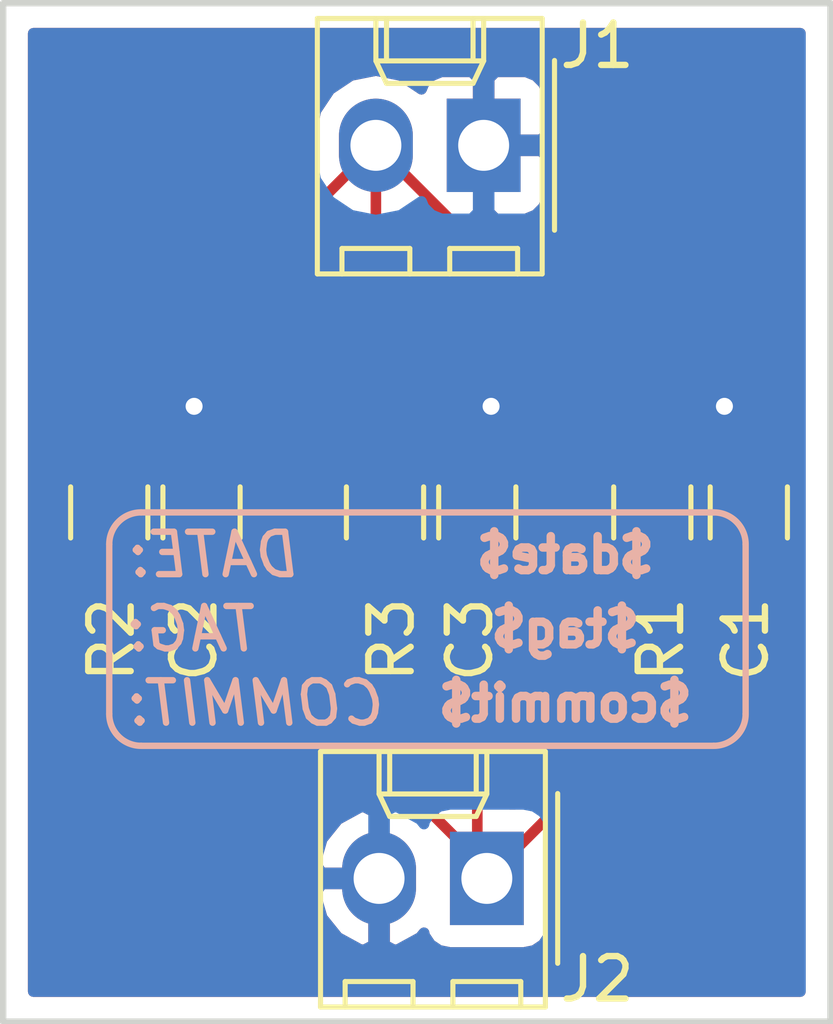
<source format=kicad_pcb>
(kicad_pcb (version 20171130) (host pcbnew 5.0.0)

  (general
    (thickness 1.6)
    (drawings 4)
    (tracks 25)
    (zones 0)
    (modules 9)
    (nets 4)
  )

  (page A4)
  (layers
    (0 F.Cu signal)
    (31 B.Cu signal)
    (32 B.Adhes user)
    (33 F.Adhes user)
    (34 B.Paste user)
    (35 F.Paste user)
    (36 B.SilkS user)
    (37 F.SilkS user)
    (38 B.Mask user)
    (39 F.Mask user)
    (40 Dwgs.User user)
    (41 Cmts.User user)
    (42 Eco1.User user hide)
    (43 Eco2.User user hide)
    (44 Edge.Cuts user)
    (45 Margin user)
    (46 B.CrtYd user)
    (47 F.CrtYd user)
    (48 B.Fab user)
    (49 F.Fab user hide)
  )

  (setup
    (last_trace_width 0.25)
    (trace_clearance 0.2)
    (zone_clearance 0.508)
    (zone_45_only no)
    (trace_min 0.2)
    (segment_width 0.2)
    (edge_width 0.15)
    (via_size 0.8)
    (via_drill 0.4)
    (via_min_size 0.4)
    (via_min_drill 0.3)
    (uvia_size 0.3)
    (uvia_drill 0.1)
    (uvias_allowed no)
    (uvia_min_size 0.2)
    (uvia_min_drill 0.1)
    (pcb_text_width 0.3)
    (pcb_text_size 1.5 1.5)
    (mod_edge_width 0.15)
    (mod_text_size 1 1)
    (mod_text_width 0.15)
    (pad_size 1.524 1.524)
    (pad_drill 0.762)
    (pad_to_mask_clearance 0.2)
    (aux_axis_origin 0 0)
    (visible_elements FFFDFF7F)
    (pcbplotparams
      (layerselection 0x010fc_ffffffff)
      (usegerberextensions false)
      (usegerberattributes false)
      (usegerberadvancedattributes false)
      (creategerberjobfile false)
      (excludeedgelayer true)
      (linewidth 0.100000)
      (plotframeref false)
      (viasonmask false)
      (mode 1)
      (useauxorigin false)
      (hpglpennumber 1)
      (hpglpenspeed 20)
      (hpglpendiameter 15.000000)
      (psnegative false)
      (psa4output false)
      (plotreference true)
      (plotvalue true)
      (plotinvisibletext false)
      (padsonsilk false)
      (subtractmaskfromsilk false)
      (outputformat 1)
      (mirror false)
      (drillshape 1)
      (scaleselection 1)
      (outputdirectory ""))
  )

  (net 0 "")
  (net 1 "Net-(C1-Pad1)")
  (net 2 GND)
  (net 3 "Net-(J1-Pad2)")

  (net_class Default "This is the default net class."
    (clearance 0.2)
    (trace_width 0.25)
    (via_dia 0.8)
    (via_drill 0.4)
    (uvia_dia 0.3)
    (uvia_drill 0.1)
    (add_net GND)
    (add_net "Net-(C1-Pad1)")
    (add_net "Net-(J1-Pad2)")
  )

  (module Capacitor_SMD:C_1206_3216Metric (layer F.Cu) (tedit 5B301BBE) (tstamp 5BBDF3AE)
    (at 146.175 76 90)
    (descr "Capacitor SMD 1206 (3216 Metric), square (rectangular) end terminal, IPC_7351 nominal, (Body size source: http://www.tortai-tech.com/upload/download/2011102023233369053.pdf), generated with kicad-footprint-generator")
    (tags capacitor)
    (path /5BBD348C)
    (attr smd)
    (fp_text reference C3 (at -3 -0.175 90) (layer F.SilkS)
      (effects (font (size 1 1) (thickness 0.15)))
    )
    (fp_text value 10u (at 0 1.82 90) (layer F.Fab)
      (effects (font (size 1 1) (thickness 0.15)))
    )
    (fp_line (start -1.6 0.8) (end -1.6 -0.8) (layer F.Fab) (width 0.1))
    (fp_line (start -1.6 -0.8) (end 1.6 -0.8) (layer F.Fab) (width 0.1))
    (fp_line (start 1.6 -0.8) (end 1.6 0.8) (layer F.Fab) (width 0.1))
    (fp_line (start 1.6 0.8) (end -1.6 0.8) (layer F.Fab) (width 0.1))
    (fp_line (start -0.602064 -0.91) (end 0.602064 -0.91) (layer F.SilkS) (width 0.12))
    (fp_line (start -0.602064 0.91) (end 0.602064 0.91) (layer F.SilkS) (width 0.12))
    (fp_line (start -2.28 1.12) (end -2.28 -1.12) (layer F.CrtYd) (width 0.05))
    (fp_line (start -2.28 -1.12) (end 2.28 -1.12) (layer F.CrtYd) (width 0.05))
    (fp_line (start 2.28 -1.12) (end 2.28 1.12) (layer F.CrtYd) (width 0.05))
    (fp_line (start 2.28 1.12) (end -2.28 1.12) (layer F.CrtYd) (width 0.05))
    (fp_text user %R (at 0 0 90) (layer F.Fab)
      (effects (font (size 0.8 0.8) (thickness 0.12)))
    )
    (pad 1 smd roundrect (at -1.4 0 90) (size 1.25 1.75) (layers F.Cu F.Paste F.Mask) (roundrect_rratio 0.2)
      (net 1 "Net-(C1-Pad1)"))
    (pad 2 smd roundrect (at 1.4 0 90) (size 1.25 1.75) (layers F.Cu F.Paste F.Mask) (roundrect_rratio 0.2)
      (net 2 GND))
    (model ${KISYS3DMOD}/Capacitor_SMD.3dshapes/C_1206_3216Metric.wrl
      (at (xyz 0 0 0))
      (scale (xyz 1 1 1))
      (rotate (xyz 0 0 0))
    )
  )

  (module Capacitor_SMD:C_1206_3216Metric (layer F.Cu) (tedit 5B301BBE) (tstamp 5BBDEFA4)
    (at 139.675 76 90)
    (descr "Capacitor SMD 1206 (3216 Metric), square (rectangular) end terminal, IPC_7351 nominal, (Body size source: http://www.tortai-tech.com/upload/download/2011102023233369053.pdf), generated with kicad-footprint-generator")
    (tags capacitor)
    (path /5BBD3609)
    (attr smd)
    (fp_text reference C2 (at -3 -0.175 90) (layer F.SilkS)
      (effects (font (size 1 1) (thickness 0.15)))
    )
    (fp_text value 0.1u (at 0 1.82 90) (layer F.Fab)
      (effects (font (size 1 1) (thickness 0.15)))
    )
    (fp_text user %R (at 0 0 90) (layer F.Fab)
      (effects (font (size 0.8 0.8) (thickness 0.12)))
    )
    (fp_line (start 2.28 1.12) (end -2.28 1.12) (layer F.CrtYd) (width 0.05))
    (fp_line (start 2.28 -1.12) (end 2.28 1.12) (layer F.CrtYd) (width 0.05))
    (fp_line (start -2.28 -1.12) (end 2.28 -1.12) (layer F.CrtYd) (width 0.05))
    (fp_line (start -2.28 1.12) (end -2.28 -1.12) (layer F.CrtYd) (width 0.05))
    (fp_line (start -0.602064 0.91) (end 0.602064 0.91) (layer F.SilkS) (width 0.12))
    (fp_line (start -0.602064 -0.91) (end 0.602064 -0.91) (layer F.SilkS) (width 0.12))
    (fp_line (start 1.6 0.8) (end -1.6 0.8) (layer F.Fab) (width 0.1))
    (fp_line (start 1.6 -0.8) (end 1.6 0.8) (layer F.Fab) (width 0.1))
    (fp_line (start -1.6 -0.8) (end 1.6 -0.8) (layer F.Fab) (width 0.1))
    (fp_line (start -1.6 0.8) (end -1.6 -0.8) (layer F.Fab) (width 0.1))
    (pad 2 smd roundrect (at 1.4 0 90) (size 1.25 1.75) (layers F.Cu F.Paste F.Mask) (roundrect_rratio 0.2)
      (net 2 GND))
    (pad 1 smd roundrect (at -1.4 0 90) (size 1.25 1.75) (layers F.Cu F.Paste F.Mask) (roundrect_rratio 0.2)
      (net 1 "Net-(C1-Pad1)"))
    (model ${KISYS3DMOD}/Capacitor_SMD.3dshapes/C_1206_3216Metric.wrl
      (at (xyz 0 0 0))
      (scale (xyz 1 1 1))
      (rotate (xyz 0 0 0))
    )
  )

  (module Capacitor_SMD:C_1206_3216Metric (layer F.Cu) (tedit 5B301BBE) (tstamp 5BBDEB4F)
    (at 152.575 76 90)
    (descr "Capacitor SMD 1206 (3216 Metric), square (rectangular) end terminal, IPC_7351 nominal, (Body size source: http://www.tortai-tech.com/upload/download/2011102023233369053.pdf), generated with kicad-footprint-generator")
    (tags capacitor)
    (path /5BBD31E6)
    (attr smd)
    (fp_text reference C1 (at -3 -0.075 90) (layer F.SilkS)
      (effects (font (size 1 1) (thickness 0.15)))
    )
    (fp_text value 1u (at 0 1.82 90) (layer F.Fab)
      (effects (font (size 1 1) (thickness 0.15)))
    )
    (fp_line (start -1.6 0.8) (end -1.6 -0.8) (layer F.Fab) (width 0.1))
    (fp_line (start -1.6 -0.8) (end 1.6 -0.8) (layer F.Fab) (width 0.1))
    (fp_line (start 1.6 -0.8) (end 1.6 0.8) (layer F.Fab) (width 0.1))
    (fp_line (start 1.6 0.8) (end -1.6 0.8) (layer F.Fab) (width 0.1))
    (fp_line (start -0.602064 -0.91) (end 0.602064 -0.91) (layer F.SilkS) (width 0.12))
    (fp_line (start -0.602064 0.91) (end 0.602064 0.91) (layer F.SilkS) (width 0.12))
    (fp_line (start -2.28 1.12) (end -2.28 -1.12) (layer F.CrtYd) (width 0.05))
    (fp_line (start -2.28 -1.12) (end 2.28 -1.12) (layer F.CrtYd) (width 0.05))
    (fp_line (start 2.28 -1.12) (end 2.28 1.12) (layer F.CrtYd) (width 0.05))
    (fp_line (start 2.28 1.12) (end -2.28 1.12) (layer F.CrtYd) (width 0.05))
    (fp_text user %R (at 0 0 90) (layer F.Fab)
      (effects (font (size 0.8 0.8) (thickness 0.12)))
    )
    (pad 1 smd roundrect (at -1.4 0 90) (size 1.25 1.75) (layers F.Cu F.Paste F.Mask) (roundrect_rratio 0.2)
      (net 1 "Net-(C1-Pad1)"))
    (pad 2 smd roundrect (at 1.4 0 90) (size 1.25 1.75) (layers F.Cu F.Paste F.Mask) (roundrect_rratio 0.2)
      (net 2 GND))
    (model ${KISYS3DMOD}/Capacitor_SMD.3dshapes/C_1206_3216Metric.wrl
      (at (xyz 0 0 0))
      (scale (xyz 1 1 1))
      (rotate (xyz 0 0 0))
    )
  )

  (module Connector_Molex:Molex_KK-254_AE-6410-02A_1x02_P2.54mm_Vertical (layer F.Cu) (tedit 5A15A247) (tstamp 5BBDEB3E)
    (at 146.4 84.625 180)
    (descr "Molex KK-254 Interconnect System, old/engineering part number: AE-6410-02A example for new part number: 22-27-2021, 2 Pins (http://www.molex.com/pdm_docs/sd/022272021_sd.pdf), generated with kicad-footprint-generator")
    (tags "connector Molex KK-254 side entry")
    (path /5BBD4A2E)
    (fp_text reference J2 (at -2.6 -2.375 180) (layer F.SilkS)
      (effects (font (size 1 1) (thickness 0.15)))
    )
    (fp_text value Screw_Terminal_01x02 (at 1.27 4.08 180) (layer F.Fab)
      (effects (font (size 1 1) (thickness 0.15)))
    )
    (fp_text user %R (at 1.27 -2.22 180) (layer F.Fab)
      (effects (font (size 1 1) (thickness 0.15)))
    )
    (fp_line (start 4.31 -3.42) (end -1.77 -3.42) (layer F.CrtYd) (width 0.05))
    (fp_line (start 4.31 3.38) (end 4.31 -3.42) (layer F.CrtYd) (width 0.05))
    (fp_line (start -1.77 3.38) (end 4.31 3.38) (layer F.CrtYd) (width 0.05))
    (fp_line (start -1.77 -3.42) (end -1.77 3.38) (layer F.CrtYd) (width 0.05))
    (fp_line (start 3.34 -2.43) (end 3.34 -3.03) (layer F.SilkS) (width 0.12))
    (fp_line (start 1.74 -2.43) (end 3.34 -2.43) (layer F.SilkS) (width 0.12))
    (fp_line (start 1.74 -3.03) (end 1.74 -2.43) (layer F.SilkS) (width 0.12))
    (fp_line (start 0.8 -2.43) (end 0.8 -3.03) (layer F.SilkS) (width 0.12))
    (fp_line (start -0.8 -2.43) (end 0.8 -2.43) (layer F.SilkS) (width 0.12))
    (fp_line (start -0.8 -3.03) (end -0.8 -2.43) (layer F.SilkS) (width 0.12))
    (fp_line (start 2.29 2.99) (end 2.29 1.99) (layer F.SilkS) (width 0.12))
    (fp_line (start 0.25 2.99) (end 0.25 1.99) (layer F.SilkS) (width 0.12))
    (fp_line (start 2.29 1.46) (end 2.54 1.99) (layer F.SilkS) (width 0.12))
    (fp_line (start 0.25 1.46) (end 2.29 1.46) (layer F.SilkS) (width 0.12))
    (fp_line (start 0 1.99) (end 0.25 1.46) (layer F.SilkS) (width 0.12))
    (fp_line (start 2.54 1.99) (end 2.54 2.99) (layer F.SilkS) (width 0.12))
    (fp_line (start 0 1.99) (end 2.54 1.99) (layer F.SilkS) (width 0.12))
    (fp_line (start 0 2.99) (end 0 1.99) (layer F.SilkS) (width 0.12))
    (fp_line (start -0.562893 0) (end -1.27 0.5) (layer F.Fab) (width 0.1))
    (fp_line (start -1.27 -0.5) (end -0.562893 0) (layer F.Fab) (width 0.1))
    (fp_line (start -1.67 -2) (end -1.67 2) (layer F.SilkS) (width 0.12))
    (fp_line (start 3.92 -3.03) (end -1.38 -3.03) (layer F.SilkS) (width 0.12))
    (fp_line (start 3.92 2.99) (end 3.92 -3.03) (layer F.SilkS) (width 0.12))
    (fp_line (start -1.38 2.99) (end 3.92 2.99) (layer F.SilkS) (width 0.12))
    (fp_line (start -1.38 -3.03) (end -1.38 2.99) (layer F.SilkS) (width 0.12))
    (fp_line (start 3.81 -2.92) (end -1.27 -2.92) (layer F.Fab) (width 0.1))
    (fp_line (start 3.81 2.88) (end 3.81 -2.92) (layer F.Fab) (width 0.1))
    (fp_line (start -1.27 2.88) (end 3.81 2.88) (layer F.Fab) (width 0.1))
    (fp_line (start -1.27 -2.92) (end -1.27 2.88) (layer F.Fab) (width 0.1))
    (pad 2 thru_hole oval (at 2.54 0 180) (size 1.74 2.2) (drill 1.2) (layers *.Cu *.Mask)
      (net 2 GND))
    (pad 1 thru_hole rect (at 0 0 180) (size 1.74 2.2) (drill 1.2) (layers *.Cu *.Mask)
      (net 1 "Net-(C1-Pad1)"))
    (model ${KISYS3DMOD}/Connector_Molex.3dshapes/Molex_KK-254_AE-6410-02A_1x02_P2.54mm_Vertical.wrl
      (at (xyz 0 0 0))
      (scale (xyz 1 1 1))
      (rotate (xyz 0 0 0))
    )
  )

  (module Connector_Molex:Molex_KK-254_AE-6410-02A_1x02_P2.54mm_Vertical (layer F.Cu) (tedit 5A15A247) (tstamp 5BBDEC82)
    (at 146.325 67.35 180)
    (descr "Molex KK-254 Interconnect System, old/engineering part number: AE-6410-02A example for new part number: 22-27-2021, 2 Pins (http://www.molex.com/pdm_docs/sd/022272021_sd.pdf), generated with kicad-footprint-generator")
    (tags "connector Molex KK-254 side entry")
    (path /5BBD38A5)
    (fp_text reference J1 (at -2.675 2.35 180) (layer F.SilkS)
      (effects (font (size 1 1) (thickness 0.15)))
    )
    (fp_text value Screw_Terminal_01x02 (at 1.27 4.08 180) (layer F.Fab)
      (effects (font (size 1 1) (thickness 0.15)))
    )
    (fp_line (start -1.27 -2.92) (end -1.27 2.88) (layer F.Fab) (width 0.1))
    (fp_line (start -1.27 2.88) (end 3.81 2.88) (layer F.Fab) (width 0.1))
    (fp_line (start 3.81 2.88) (end 3.81 -2.92) (layer F.Fab) (width 0.1))
    (fp_line (start 3.81 -2.92) (end -1.27 -2.92) (layer F.Fab) (width 0.1))
    (fp_line (start -1.38 -3.03) (end -1.38 2.99) (layer F.SilkS) (width 0.12))
    (fp_line (start -1.38 2.99) (end 3.92 2.99) (layer F.SilkS) (width 0.12))
    (fp_line (start 3.92 2.99) (end 3.92 -3.03) (layer F.SilkS) (width 0.12))
    (fp_line (start 3.92 -3.03) (end -1.38 -3.03) (layer F.SilkS) (width 0.12))
    (fp_line (start -1.67 -2) (end -1.67 2) (layer F.SilkS) (width 0.12))
    (fp_line (start -1.27 -0.5) (end -0.562893 0) (layer F.Fab) (width 0.1))
    (fp_line (start -0.562893 0) (end -1.27 0.5) (layer F.Fab) (width 0.1))
    (fp_line (start 0 2.99) (end 0 1.99) (layer F.SilkS) (width 0.12))
    (fp_line (start 0 1.99) (end 2.54 1.99) (layer F.SilkS) (width 0.12))
    (fp_line (start 2.54 1.99) (end 2.54 2.99) (layer F.SilkS) (width 0.12))
    (fp_line (start 0 1.99) (end 0.25 1.46) (layer F.SilkS) (width 0.12))
    (fp_line (start 0.25 1.46) (end 2.29 1.46) (layer F.SilkS) (width 0.12))
    (fp_line (start 2.29 1.46) (end 2.54 1.99) (layer F.SilkS) (width 0.12))
    (fp_line (start 0.25 2.99) (end 0.25 1.99) (layer F.SilkS) (width 0.12))
    (fp_line (start 2.29 2.99) (end 2.29 1.99) (layer F.SilkS) (width 0.12))
    (fp_line (start -0.8 -3.03) (end -0.8 -2.43) (layer F.SilkS) (width 0.12))
    (fp_line (start -0.8 -2.43) (end 0.8 -2.43) (layer F.SilkS) (width 0.12))
    (fp_line (start 0.8 -2.43) (end 0.8 -3.03) (layer F.SilkS) (width 0.12))
    (fp_line (start 1.74 -3.03) (end 1.74 -2.43) (layer F.SilkS) (width 0.12))
    (fp_line (start 1.74 -2.43) (end 3.34 -2.43) (layer F.SilkS) (width 0.12))
    (fp_line (start 3.34 -2.43) (end 3.34 -3.03) (layer F.SilkS) (width 0.12))
    (fp_line (start -1.77 -3.42) (end -1.77 3.38) (layer F.CrtYd) (width 0.05))
    (fp_line (start -1.77 3.38) (end 4.31 3.38) (layer F.CrtYd) (width 0.05))
    (fp_line (start 4.31 3.38) (end 4.31 -3.42) (layer F.CrtYd) (width 0.05))
    (fp_line (start 4.31 -3.42) (end -1.77 -3.42) (layer F.CrtYd) (width 0.05))
    (fp_text user %R (at 1.27 -2.22 180) (layer F.Fab)
      (effects (font (size 1 1) (thickness 0.15)))
    )
    (pad 1 thru_hole rect (at 0 0 180) (size 1.74 2.2) (drill 1.2) (layers *.Cu *.Mask)
      (net 2 GND))
    (pad 2 thru_hole oval (at 2.54 0 180) (size 1.74 2.2) (drill 1.2) (layers *.Cu *.Mask)
      (net 3 "Net-(J1-Pad2)"))
    (model ${KISYS3DMOD}/Connector_Molex.3dshapes/Molex_KK-254_AE-6410-02A_1x02_P2.54mm_Vertical.wrl
      (at (xyz 0 0 0))
      (scale (xyz 1 1 1))
      (rotate (xyz 0 0 0))
    )
  )

  (module Resistor_SMD:R_1206_3216Metric (layer F.Cu) (tedit 5B301BBD) (tstamp 5BBDEEA0)
    (at 144 76 90)
    (descr "Resistor SMD 1206 (3216 Metric), square (rectangular) end terminal, IPC_7351 nominal, (Body size source: http://www.tortai-tech.com/upload/download/2011102023233369053.pdf), generated with kicad-footprint-generator")
    (tags resistor)
    (path /5BBD3486)
    (attr smd)
    (fp_text reference R3 (at -3 0.15 90) (layer F.SilkS)
      (effects (font (size 1 1) (thickness 0.15)))
    )
    (fp_text value 1M (at 0 1.82 90) (layer F.Fab)
      (effects (font (size 1 1) (thickness 0.15)))
    )
    (fp_line (start -1.6 0.8) (end -1.6 -0.8) (layer F.Fab) (width 0.1))
    (fp_line (start -1.6 -0.8) (end 1.6 -0.8) (layer F.Fab) (width 0.1))
    (fp_line (start 1.6 -0.8) (end 1.6 0.8) (layer F.Fab) (width 0.1))
    (fp_line (start 1.6 0.8) (end -1.6 0.8) (layer F.Fab) (width 0.1))
    (fp_line (start -0.602064 -0.91) (end 0.602064 -0.91) (layer F.SilkS) (width 0.12))
    (fp_line (start -0.602064 0.91) (end 0.602064 0.91) (layer F.SilkS) (width 0.12))
    (fp_line (start -2.28 1.12) (end -2.28 -1.12) (layer F.CrtYd) (width 0.05))
    (fp_line (start -2.28 -1.12) (end 2.28 -1.12) (layer F.CrtYd) (width 0.05))
    (fp_line (start 2.28 -1.12) (end 2.28 1.12) (layer F.CrtYd) (width 0.05))
    (fp_line (start 2.28 1.12) (end -2.28 1.12) (layer F.CrtYd) (width 0.05))
    (fp_text user %R (at 0 0 90) (layer F.Fab)
      (effects (font (size 0.8 0.8) (thickness 0.12)))
    )
    (pad 1 smd roundrect (at -1.4 0 90) (size 1.25 1.75) (layers F.Cu F.Paste F.Mask) (roundrect_rratio 0.2)
      (net 1 "Net-(C1-Pad1)"))
    (pad 2 smd roundrect (at 1.4 0 90) (size 1.25 1.75) (layers F.Cu F.Paste F.Mask) (roundrect_rratio 0.2)
      (net 3 "Net-(J1-Pad2)"))
    (model ${KISYS3DMOD}/Resistor_SMD.3dshapes/R_1206_3216Metric.wrl
      (at (xyz 0 0 0))
      (scale (xyz 1 1 1))
      (rotate (xyz 0 0 0))
    )
  )

  (module Resistor_SMD:R_1206_3216Metric (layer F.Cu) (tedit 5B301BBD) (tstamp 5BBDEAE5)
    (at 137.5 76 90)
    (descr "Resistor SMD 1206 (3216 Metric), square (rectangular) end terminal, IPC_7351 nominal, (Body size source: http://www.tortai-tech.com/upload/download/2011102023233369053.pdf), generated with kicad-footprint-generator")
    (tags resistor)
    (path /5BBD3603)
    (attr smd)
    (fp_text reference R2 (at -3 0.05 90) (layer F.SilkS)
      (effects (font (size 1 1) (thickness 0.15)))
    )
    (fp_text value 10k (at 0 1.82 90) (layer F.Fab)
      (effects (font (size 1 1) (thickness 0.15)))
    )
    (fp_text user %R (at -0.015001 -0.045001 90) (layer F.Fab)
      (effects (font (size 0.8 0.8) (thickness 0.12)))
    )
    (fp_line (start 2.28 1.12) (end -2.28 1.12) (layer F.CrtYd) (width 0.05))
    (fp_line (start 2.28 -1.12) (end 2.28 1.12) (layer F.CrtYd) (width 0.05))
    (fp_line (start -2.28 -1.12) (end 2.28 -1.12) (layer F.CrtYd) (width 0.05))
    (fp_line (start -2.28 1.12) (end -2.28 -1.12) (layer F.CrtYd) (width 0.05))
    (fp_line (start -0.602064 0.91) (end 0.602064 0.91) (layer F.SilkS) (width 0.12))
    (fp_line (start -0.602064 -0.91) (end 0.602064 -0.91) (layer F.SilkS) (width 0.12))
    (fp_line (start 1.6 0.8) (end -1.6 0.8) (layer F.Fab) (width 0.1))
    (fp_line (start 1.6 -0.8) (end 1.6 0.8) (layer F.Fab) (width 0.1))
    (fp_line (start -1.6 -0.8) (end 1.6 -0.8) (layer F.Fab) (width 0.1))
    (fp_line (start -1.6 0.8) (end -1.6 -0.8) (layer F.Fab) (width 0.1))
    (pad 2 smd roundrect (at 1.4 0 90) (size 1.25 1.75) (layers F.Cu F.Paste F.Mask) (roundrect_rratio 0.2)
      (net 3 "Net-(J1-Pad2)"))
    (pad 1 smd roundrect (at -1.4 0 90) (size 1.25 1.75) (layers F.Cu F.Paste F.Mask) (roundrect_rratio 0.2)
      (net 1 "Net-(C1-Pad1)"))
    (model ${KISYS3DMOD}/Resistor_SMD.3dshapes/R_1206_3216Metric.wrl
      (at (xyz 0 0 0))
      (scale (xyz 1 1 1))
      (rotate (xyz 0 0 0))
    )
  )

  (module Resistor_SMD:R_1206_3216Metric (layer F.Cu) (tedit 5B301BBD) (tstamp 5BBDEAD4)
    (at 150.3 76 90)
    (descr "Resistor SMD 1206 (3216 Metric), square (rectangular) end terminal, IPC_7351 nominal, (Body size source: http://www.tortai-tech.com/upload/download/2011102023233369053.pdf), generated with kicad-footprint-generator")
    (tags resistor)
    (path /5BBD3106)
    (attr smd)
    (fp_text reference R1 (at -3 0.2 90) (layer F.SilkS)
      (effects (font (size 1 1) (thickness 0.15)))
    )
    (fp_text value 100k (at 0 1.82 90) (layer F.Fab)
      (effects (font (size 1 1) (thickness 0.15)))
    )
    (fp_line (start -1.6 0.8) (end -1.6 -0.8) (layer F.Fab) (width 0.1))
    (fp_line (start -1.6 -0.8) (end 1.6 -0.8) (layer F.Fab) (width 0.1))
    (fp_line (start 1.6 -0.8) (end 1.6 0.8) (layer F.Fab) (width 0.1))
    (fp_line (start 1.6 0.8) (end -1.6 0.8) (layer F.Fab) (width 0.1))
    (fp_line (start -0.602064 -0.91) (end 0.602064 -0.91) (layer F.SilkS) (width 0.12))
    (fp_line (start -0.602064 0.91) (end 0.602064 0.91) (layer F.SilkS) (width 0.12))
    (fp_line (start -2.28 1.12) (end -2.28 -1.12) (layer F.CrtYd) (width 0.05))
    (fp_line (start -2.28 -1.12) (end 2.28 -1.12) (layer F.CrtYd) (width 0.05))
    (fp_line (start 2.28 -1.12) (end 2.28 1.12) (layer F.CrtYd) (width 0.05))
    (fp_line (start 2.28 1.12) (end -2.28 1.12) (layer F.CrtYd) (width 0.05))
    (fp_text user %R (at 0 0 90) (layer F.Fab)
      (effects (font (size 0.8 0.8) (thickness 0.12)))
    )
    (pad 1 smd roundrect (at -1.4 0 90) (size 1.25 1.75) (layers F.Cu F.Paste F.Mask) (roundrect_rratio 0.2)
      (net 1 "Net-(C1-Pad1)"))
    (pad 2 smd roundrect (at 1.4 0 90) (size 1.25 1.75) (layers F.Cu F.Paste F.Mask) (roundrect_rratio 0.2)
      (net 3 "Net-(J1-Pad2)"))
    (model ${KISYS3DMOD}/Resistor_SMD.3dshapes/R_1206_3216Metric.wrl
      (at (xyz 0 0 0))
      (scale (xyz 1 1 1))
      (rotate (xyz 0 0 0))
    )
  )

  (module toroid-kicad:commit-trace (layer B.Cu) (tedit 5928A450) (tstamp 5BBE0099)
    (at 145 78.5)
    (fp_text reference REF** (at -5.3 -3.5) (layer B.SilkS) hide
      (effects (font (size 1 1) (thickness 0.15)) (justify mirror))
    )
    (fp_text value commit-trace-small (at 0.1 4.4) (layer B.Fab) hide
      (effects (font (size 1 1) (thickness 0.15)) (justify mirror))
    )
    (fp_text user $date$ (at 3.25 -1.5) (layer B.SilkS)
      (effects (font (size 0.8 0.8) (thickness 0.2)) (justify mirror))
    )
    (fp_text user $tag$ (at 3.25 0.25) (layer B.SilkS)
      (effects (font (size 0.8 0.8) (thickness 0.2)) (justify mirror))
    )
    (fp_text user $commit$ (at 3.25 2) (layer B.SilkS)
      (effects (font (size 0.8 0.8) (thickness 0.2)) (justify mirror))
    )
    (fp_arc (start 6.75 2.25) (end 7.5 2.25) (angle 90) (layer B.SilkS) (width 0.15))
    (fp_arc (start 6.75 -1.75) (end 6.75 -2.5) (angle 90) (layer B.SilkS) (width 0.15))
    (fp_arc (start -6.75 -1.75) (end -7.5 -1.75) (angle 90) (layer B.SilkS) (width 0.15))
    (fp_arc (start -6.75 2.25) (end -6.75 3) (angle 90) (layer B.SilkS) (width 0.15))
    (fp_line (start -7.5 -1.75) (end -7.5 2.25) (layer B.SilkS) (width 0.15))
    (fp_line (start 6.75 -2.5) (end -6.75 -2.5) (layer B.SilkS) (width 0.15))
    (fp_line (start 7.5 2.25) (end 7.5 -1.75) (layer B.SilkS) (width 0.15))
    (fp_line (start -6.75 3) (end 6.75 3) (layer B.SilkS) (width 0.15))
    (fp_text user DATE: (at -5 -1.5) (layer B.SilkS)
      (effects (font (size 1 1) (thickness 0.15) italic) (justify mirror))
    )
    (fp_text user TAG: (at -5.5 0.25) (layer B.SilkS)
      (effects (font (size 1 1) (thickness 0.15) italic) (justify mirror))
    )
    (fp_text user COMMIT: (at -4 2) (layer B.SilkS)
      (effects (font (size 1 1) (thickness 0.15) italic) (justify mirror))
    )
  )

  (gr_line (start 135 88) (end 135 64) (layer Edge.Cuts) (width 0.15))
  (gr_line (start 154.5 88) (end 135 88) (layer Edge.Cuts) (width 0.15))
  (gr_line (start 154.5 64) (end 154.5 88) (layer Edge.Cuts) (width 0.15))
  (gr_line (start 135 64) (end 154.5 64) (layer Edge.Cuts) (width 0.15))

  (segment (start 137.35 77.4) (end 139.675 77.4) (width 0.25) (layer F.Cu) (net 1))
  (segment (start 143.95 77.4) (end 146.175 77.4) (width 0.25) (layer F.Cu) (net 1))
  (segment (start 150.3 77.4) (end 152.575 77.4) (width 0.25) (layer F.Cu) (net 1))
  (segment (start 146.4 84.4) (end 146.4 84.625) (width 0.25) (layer F.Cu) (net 1))
  (segment (start 139.675 77.4) (end 139.675 77.675) (width 0.25) (layer F.Cu) (net 1))
  (segment (start 139.675 77.675) (end 146.4 84.4) (width 0.25) (layer F.Cu) (net 1))
  (segment (start 146.175 84.4) (end 146.4 84.625) (width 0.25) (layer F.Cu) (net 1))
  (segment (start 146.175 77.4) (end 146.175 84.4) (width 0.25) (layer F.Cu) (net 1))
  (segment (start 150.3 80.725) (end 146.4 84.625) (width 0.25) (layer F.Cu) (net 1))
  (segment (start 150.3 77.4) (end 150.3 80.725) (width 0.25) (layer F.Cu) (net 1))
  (via (at 139.5 73.5) (size 0.8) (drill 0.4) (layers F.Cu B.Cu) (net 2))
  (segment (start 139.675 74.6) (end 139.675 73.675) (width 0.25) (layer F.Cu) (net 2))
  (segment (start 139.675 73.675) (end 139.5 73.5) (width 0.25) (layer F.Cu) (net 2))
  (segment (start 146.175 74.6) (end 146.175 73.825) (width 0.25) (layer F.Cu) (net 2))
  (via (at 146.5 73.5) (size 0.8) (drill 0.4) (layers F.Cu B.Cu) (net 2))
  (segment (start 146.175 73.825) (end 146.5 73.5) (width 0.25) (layer F.Cu) (net 2))
  (via (at 152 73.5) (size 0.8) (drill 0.4) (layers F.Cu B.Cu) (net 2))
  (segment (start 152.575 74.6) (end 152.575 74.075) (width 0.25) (layer F.Cu) (net 2))
  (segment (start 152.575 74.075) (end 152 73.5) (width 0.25) (layer F.Cu) (net 2))
  (segment (start 143.785 74.435) (end 143.95 74.6) (width 0.25) (layer F.Cu) (net 3))
  (segment (start 143.785 67.35) (end 143.785 74.435) (width 0.25) (layer F.Cu) (net 3))
  (segment (start 150.3 73.865) (end 143.785 67.35) (width 0.25) (layer F.Cu) (net 3))
  (segment (start 150.3 74.6) (end 150.3 73.865) (width 0.25) (layer F.Cu) (net 3))
  (segment (start 137.35 74.6) (end 137.35 73.785) (width 0.25) (layer F.Cu) (net 3))
  (segment (start 137.35 73.785) (end 143.785 67.35) (width 0.25) (layer F.Cu) (net 3))

  (zone (net 2) (net_name GND) (layer F.Cu) (tstamp 0) (hatch edge 0.508)
    (connect_pads (clearance 0.508))
    (min_thickness 0.254)
    (fill yes (arc_segments 16) (thermal_gap 0.508) (thermal_bridge_width 0.508))
    (polygon
      (pts
        (xy 135 64) (xy 154.5 64) (xy 154.5 88) (xy 135 88)
      )
    )
    (filled_polygon
      (pts
        (xy 153.79 73.428514) (xy 153.57631 73.34) (xy 152.86075 73.34) (xy 152.702 73.49875) (xy 152.702 74.473)
        (xy 152.722 74.473) (xy 152.722 74.727) (xy 152.702 74.727) (xy 152.702 75.70125) (xy 152.86075 75.86)
        (xy 153.57631 75.86) (xy 153.79 75.771486) (xy 153.790001 76.360623) (xy 153.543435 76.195874) (xy 153.2 76.12756)
        (xy 151.95 76.12756) (xy 151.606565 76.195874) (xy 151.4375 76.308839) (xy 151.268435 76.195874) (xy 150.925 76.12756)
        (xy 149.675 76.12756) (xy 149.331565 76.195874) (xy 149.040414 76.390414) (xy 148.845874 76.681565) (xy 148.77756 77.025)
        (xy 148.77756 77.775) (xy 148.845874 78.118435) (xy 149.040414 78.409586) (xy 149.331565 78.604126) (xy 149.54 78.645587)
        (xy 149.540001 80.410197) (xy 147.072639 82.87756) (xy 146.935 82.87756) (xy 146.935 78.645587) (xy 147.143435 78.604126)
        (xy 147.434586 78.409586) (xy 147.629126 78.118435) (xy 147.69744 77.775) (xy 147.69744 77.025) (xy 147.629126 76.681565)
        (xy 147.434586 76.390414) (xy 147.143435 76.195874) (xy 146.8 76.12756) (xy 145.55 76.12756) (xy 145.206565 76.195874)
        (xy 145.0625 76.292135) (xy 144.918435 76.195874) (xy 144.575 76.12756) (xy 143.325 76.12756) (xy 142.981565 76.195874)
        (xy 142.690414 76.390414) (xy 142.495874 76.681565) (xy 142.42756 77.025) (xy 142.42756 77.775) (xy 142.495874 78.118435)
        (xy 142.690414 78.409586) (xy 142.981565 78.604126) (xy 143.325 78.67244) (xy 144.575 78.67244) (xy 144.918435 78.604126)
        (xy 145.0625 78.507865) (xy 145.206565 78.604126) (xy 145.415 78.645587) (xy 145.415001 82.340199) (xy 141.139763 78.064961)
        (xy 141.19744 77.775) (xy 141.19744 77.025) (xy 141.129126 76.681565) (xy 140.934586 76.390414) (xy 140.643435 76.195874)
        (xy 140.3 76.12756) (xy 139.05 76.12756) (xy 138.706565 76.195874) (xy 138.5125 76.325544) (xy 138.318435 76.195874)
        (xy 137.975 76.12756) (xy 136.725 76.12756) (xy 136.381565 76.195874) (xy 136.090414 76.390414) (xy 135.895874 76.681565)
        (xy 135.82756 77.025) (xy 135.82756 77.775) (xy 135.895874 78.118435) (xy 136.090414 78.409586) (xy 136.381565 78.604126)
        (xy 136.725 78.67244) (xy 137.975 78.67244) (xy 138.318435 78.604126) (xy 138.5125 78.474456) (xy 138.706565 78.604126)
        (xy 139.05 78.67244) (xy 139.597639 78.67244) (xy 143.815198 82.89) (xy 143.732998 82.89) (xy 143.732998 83.054753)
        (xy 143.499969 82.933698) (xy 143.4075 82.951416) (xy 142.889509 83.234467) (xy 142.519266 83.694198) (xy 142.353138 84.26062)
        (xy 142.509418 84.498) (xy 143.733 84.498) (xy 143.733 84.478) (xy 143.987 84.478) (xy 143.987 84.498)
        (xy 144.007 84.498) (xy 144.007 84.752) (xy 143.987 84.752) (xy 143.987 86.195246) (xy 144.220031 86.316302)
        (xy 144.3125 86.298584) (xy 144.830491 86.015533) (xy 144.918591 85.90614) (xy 144.931843 85.972765) (xy 145.072191 86.182809)
        (xy 145.282235 86.323157) (xy 145.53 86.37244) (xy 147.27 86.37244) (xy 147.517765 86.323157) (xy 147.727809 86.182809)
        (xy 147.868157 85.972765) (xy 147.91744 85.725) (xy 147.91744 84.182361) (xy 150.784473 81.315329) (xy 150.847929 81.272929)
        (xy 151.015904 81.021537) (xy 151.06 80.799852) (xy 151.06 80.799847) (xy 151.074888 80.725) (xy 151.06 80.650153)
        (xy 151.06 78.645587) (xy 151.268435 78.604126) (xy 151.4375 78.491161) (xy 151.606565 78.604126) (xy 151.95 78.67244)
        (xy 153.2 78.67244) (xy 153.543435 78.604126) (xy 153.790001 78.439377) (xy 153.790001 87.29) (xy 135.71 87.29)
        (xy 135.71 84.98938) (xy 142.353138 84.98938) (xy 142.519266 85.555802) (xy 142.889509 86.015533) (xy 143.4075 86.298584)
        (xy 143.499969 86.316302) (xy 143.733 86.195246) (xy 143.733 84.752) (xy 142.509418 84.752) (xy 142.353138 84.98938)
        (xy 135.71 84.98938) (xy 135.71 74.225) (xy 135.82756 74.225) (xy 135.82756 74.975) (xy 135.895874 75.318435)
        (xy 136.090414 75.609586) (xy 136.381565 75.804126) (xy 136.725 75.87244) (xy 137.975 75.87244) (xy 138.318435 75.804126)
        (xy 138.415946 75.738972) (xy 138.440301 75.763327) (xy 138.67369 75.86) (xy 139.38925 75.86) (xy 139.548 75.70125)
        (xy 139.548 74.727) (xy 139.802 74.727) (xy 139.802 75.70125) (xy 139.96075 75.86) (xy 140.67631 75.86)
        (xy 140.909699 75.763327) (xy 141.088327 75.584698) (xy 141.185 75.351309) (xy 141.185 74.88575) (xy 141.02625 74.727)
        (xy 139.802 74.727) (xy 139.548 74.727) (xy 139.528 74.727) (xy 139.528 74.473) (xy 139.548 74.473)
        (xy 139.548 73.49875) (xy 139.802 73.49875) (xy 139.802 74.473) (xy 141.02625 74.473) (xy 141.185 74.31425)
        (xy 141.185 73.848691) (xy 141.088327 73.615302) (xy 140.909699 73.436673) (xy 140.67631 73.34) (xy 139.96075 73.34)
        (xy 139.802 73.49875) (xy 139.548 73.49875) (xy 139.38925 73.34) (xy 138.869801 73.34) (xy 143.025 69.184802)
        (xy 143.025001 73.387234) (xy 142.981565 73.395874) (xy 142.690414 73.590414) (xy 142.495874 73.881565) (xy 142.42756 74.225)
        (xy 142.42756 74.975) (xy 142.495874 75.318435) (xy 142.690414 75.609586) (xy 142.981565 75.804126) (xy 143.325 75.87244)
        (xy 144.575 75.87244) (xy 144.918435 75.804126) (xy 144.964496 75.773349) (xy 145.17369 75.86) (xy 145.88925 75.86)
        (xy 146.048 75.70125) (xy 146.048 74.727) (xy 146.302 74.727) (xy 146.302 75.70125) (xy 146.46075 75.86)
        (xy 147.17631 75.86) (xy 147.409699 75.763327) (xy 147.588327 75.584698) (xy 147.685 75.351309) (xy 147.685 74.88575)
        (xy 147.52625 74.727) (xy 146.302 74.727) (xy 146.048 74.727) (xy 146.028 74.727) (xy 146.028 74.473)
        (xy 146.048 74.473) (xy 146.048 73.49875) (xy 146.302 73.49875) (xy 146.302 74.473) (xy 147.52625 74.473)
        (xy 147.685 74.31425) (xy 147.685 73.848691) (xy 147.588327 73.615302) (xy 147.409699 73.436673) (xy 147.17631 73.34)
        (xy 146.46075 73.34) (xy 146.302 73.49875) (xy 146.048 73.49875) (xy 145.88925 73.34) (xy 145.17369 73.34)
        (xy 144.964496 73.426651) (xy 144.918435 73.395874) (xy 144.575 73.32756) (xy 144.545 73.32756) (xy 144.545 69.184801)
        (xy 149.004444 73.644247) (xy 148.845874 73.881565) (xy 148.77756 74.225) (xy 148.77756 74.975) (xy 148.845874 75.318435)
        (xy 149.040414 75.609586) (xy 149.331565 75.804126) (xy 149.675 75.87244) (xy 150.925 75.87244) (xy 151.268435 75.804126)
        (xy 151.335973 75.758999) (xy 151.340301 75.763327) (xy 151.57369 75.86) (xy 152.28925 75.86) (xy 152.448 75.70125)
        (xy 152.448 74.727) (xy 152.428 74.727) (xy 152.428 74.473) (xy 152.448 74.473) (xy 152.448 73.49875)
        (xy 152.28925 73.34) (xy 151.57369 73.34) (xy 151.340301 73.436673) (xy 151.335973 73.441001) (xy 151.268435 73.395874)
        (xy 150.925 73.32756) (xy 150.854938 73.32756) (xy 150.847929 73.317071) (xy 150.784476 73.274673) (xy 146.452002 68.9422)
        (xy 146.452002 68.926252) (xy 146.61075 69.085) (xy 147.321309 69.085) (xy 147.554698 68.988327) (xy 147.733327 68.809699)
        (xy 147.83 68.57631) (xy 147.83 67.63575) (xy 147.67125 67.477) (xy 146.452 67.477) (xy 146.452 67.497)
        (xy 146.198 67.497) (xy 146.198 67.477) (xy 146.178 67.477) (xy 146.178 67.223) (xy 146.198 67.223)
        (xy 146.198 65.77375) (xy 146.452 65.77375) (xy 146.452 67.223) (xy 147.67125 67.223) (xy 147.83 67.06425)
        (xy 147.83 66.12369) (xy 147.733327 65.890301) (xy 147.554698 65.711673) (xy 147.321309 65.615) (xy 146.61075 65.615)
        (xy 146.452 65.77375) (xy 146.198 65.77375) (xy 146.03925 65.615) (xy 145.328691 65.615) (xy 145.095302 65.711673)
        (xy 144.916673 65.890301) (xy 144.859636 66.028001) (xy 144.372222 65.702322) (xy 143.785 65.585516) (xy 143.197779 65.702322)
        (xy 142.699956 66.034956) (xy 142.367322 66.532778) (xy 142.28 66.971774) (xy 142.28 67.728225) (xy 142.288623 67.771575)
        (xy 136.865528 73.194671) (xy 136.802072 73.237071) (xy 136.759672 73.300527) (xy 136.759671 73.300528) (xy 136.741609 73.32756)
        (xy 136.725 73.32756) (xy 136.381565 73.395874) (xy 136.090414 73.590414) (xy 135.895874 73.881565) (xy 135.82756 74.225)
        (xy 135.71 74.225) (xy 135.71 64.71) (xy 153.79 64.71)
      )
    )
  )
  (zone (net 2) (net_name GND) (layer B.Cu) (tstamp 5BBDF8AD) (hatch edge 0.508)
    (connect_pads (clearance 0.508))
    (min_thickness 0.254)
    (fill yes (arc_segments 16) (thermal_gap 0.508) (thermal_bridge_width 0.508))
    (polygon
      (pts
        (xy 135 64) (xy 154.5 64) (xy 154.5 88) (xy 135 88)
      )
    )
    (filled_polygon
      (pts
        (xy 153.790001 87.29) (xy 135.71 87.29) (xy 135.71 84.98938) (xy 142.353138 84.98938) (xy 142.519266 85.555802)
        (xy 142.889509 86.015533) (xy 143.4075 86.298584) (xy 143.499969 86.316302) (xy 143.733 86.195246) (xy 143.733 84.752)
        (xy 142.509418 84.752) (xy 142.353138 84.98938) (xy 135.71 84.98938) (xy 135.71 84.26062) (xy 142.353138 84.26062)
        (xy 142.509418 84.498) (xy 143.733 84.498) (xy 143.733 83.054754) (xy 143.987 83.054754) (xy 143.987 84.498)
        (xy 144.007 84.498) (xy 144.007 84.752) (xy 143.987 84.752) (xy 143.987 86.195246) (xy 144.220031 86.316302)
        (xy 144.3125 86.298584) (xy 144.830491 86.015533) (xy 144.918591 85.90614) (xy 144.931843 85.972765) (xy 145.072191 86.182809)
        (xy 145.282235 86.323157) (xy 145.53 86.37244) (xy 147.27 86.37244) (xy 147.517765 86.323157) (xy 147.727809 86.182809)
        (xy 147.868157 85.972765) (xy 147.91744 85.725) (xy 147.91744 83.525) (xy 147.868157 83.277235) (xy 147.727809 83.067191)
        (xy 147.517765 82.926843) (xy 147.27 82.87756) (xy 145.53 82.87756) (xy 145.282235 82.926843) (xy 145.072191 83.067191)
        (xy 144.931843 83.277235) (xy 144.918591 83.34386) (xy 144.830491 83.234467) (xy 144.3125 82.951416) (xy 144.220031 82.933698)
        (xy 143.987 83.054754) (xy 143.733 83.054754) (xy 143.499969 82.933698) (xy 143.4075 82.951416) (xy 142.889509 83.234467)
        (xy 142.519266 83.694198) (xy 142.353138 84.26062) (xy 135.71 84.26062) (xy 135.71 66.971774) (xy 142.28 66.971774)
        (xy 142.28 67.728225) (xy 142.367322 68.167221) (xy 142.699956 68.665044) (xy 143.197778 68.997678) (xy 143.785 69.114484)
        (xy 144.372221 68.997678) (xy 144.859636 68.671999) (xy 144.916673 68.809699) (xy 145.095302 68.988327) (xy 145.328691 69.085)
        (xy 146.03925 69.085) (xy 146.198 68.92625) (xy 146.198 67.477) (xy 146.452 67.477) (xy 146.452 68.92625)
        (xy 146.61075 69.085) (xy 147.321309 69.085) (xy 147.554698 68.988327) (xy 147.733327 68.809699) (xy 147.83 68.57631)
        (xy 147.83 67.63575) (xy 147.67125 67.477) (xy 146.452 67.477) (xy 146.198 67.477) (xy 146.178 67.477)
        (xy 146.178 67.223) (xy 146.198 67.223) (xy 146.198 65.77375) (xy 146.452 65.77375) (xy 146.452 67.223)
        (xy 147.67125 67.223) (xy 147.83 67.06425) (xy 147.83 66.12369) (xy 147.733327 65.890301) (xy 147.554698 65.711673)
        (xy 147.321309 65.615) (xy 146.61075 65.615) (xy 146.452 65.77375) (xy 146.198 65.77375) (xy 146.03925 65.615)
        (xy 145.328691 65.615) (xy 145.095302 65.711673) (xy 144.916673 65.890301) (xy 144.859636 66.028001) (xy 144.372222 65.702322)
        (xy 143.785 65.585516) (xy 143.197779 65.702322) (xy 142.699956 66.034956) (xy 142.367322 66.532778) (xy 142.28 66.971774)
        (xy 135.71 66.971774) (xy 135.71 64.71) (xy 153.79 64.71)
      )
    )
  )
)

</source>
